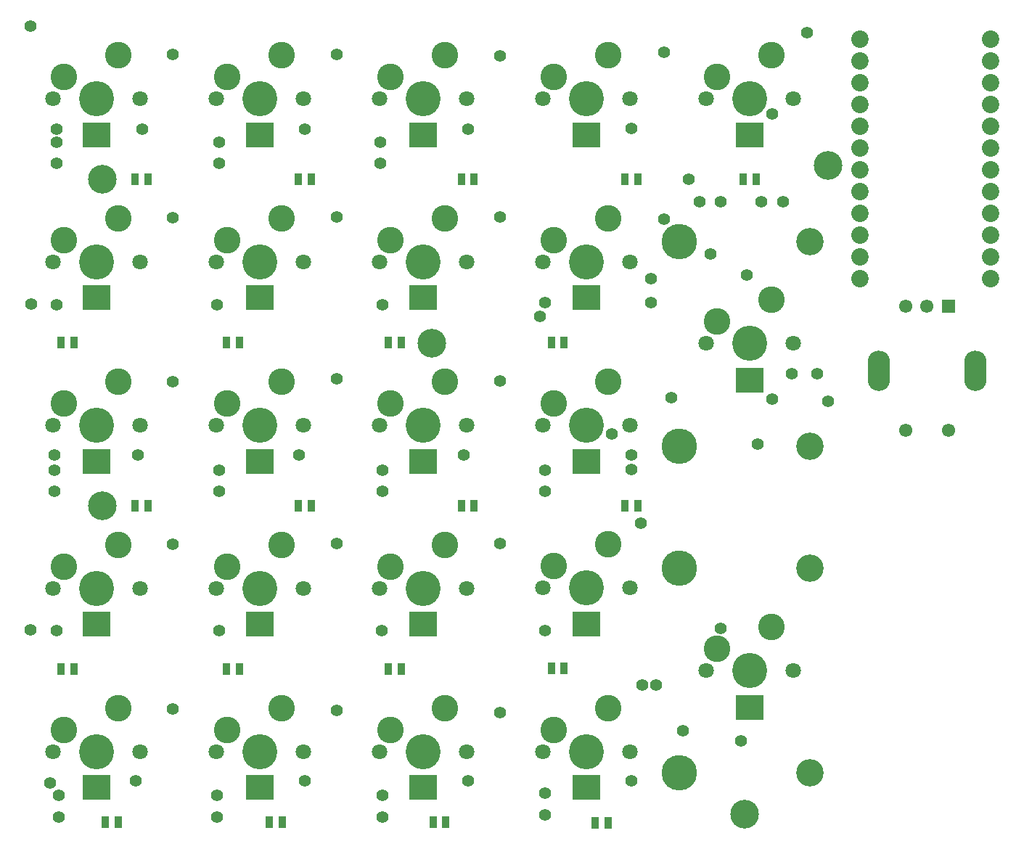
<source format=gts>
G04*
G04 #@! TF.GenerationSoftware,Altium Limited,Altium Designer,22.0.2 (36)*
G04*
G04 Layer_Color=8388736*
%FSLAX25Y25*%
%MOIN*%
G70*
G04*
G04 #@! TF.SameCoordinates,D710C13B-DE0B-4BD4-8DFF-8B7893174C1F*
G04*
G04*
G04 #@! TF.FilePolarity,Negative*
G04*
G01*
G75*
%ADD14R,0.03740X0.05315*%
%ADD15C,0.12213*%
%ADD16C,0.07102*%
%ADD17C,0.16102*%
%ADD18R,0.13000X0.11425*%
%ADD19C,0.13189*%
%ADD20C,0.07991*%
G04:AMPARAMS|DCode=21|XSize=102.36mil|YSize=185.04mil|CornerRadius=51.18mil|HoleSize=0mil|Usage=FLASHONLY|Rotation=180.000|XOffset=0mil|YOffset=0mil|HoleType=Round|Shape=RoundedRectangle|*
%AMROUNDEDRECTD21*
21,1,0.10236,0.08268,0,0,180.0*
21,1,0.00000,0.18504,0,0,180.0*
1,1,0.10236,0.00000,0.04134*
1,1,0.10236,0.00000,0.04134*
1,1,0.10236,0.00000,-0.04134*
1,1,0.10236,0.00000,-0.04134*
%
%ADD21ROUNDEDRECTD21*%
%ADD22C,0.06102*%
%ADD23R,0.06102X0.06102*%
%ADD24C,0.16291*%
%ADD25C,0.12591*%
%ADD26C,0.05591*%
D14*
X1634055Y477953D02*
D03*
X1628150D02*
D03*
X1709252D02*
D03*
X1703346D02*
D03*
X1783858Y477559D02*
D03*
X1777953D02*
D03*
X1558858Y477953D02*
D03*
X1552953D02*
D03*
X1538386Y548433D02*
D03*
X1532480D02*
D03*
X1614370D02*
D03*
X1608464D02*
D03*
X1688779D02*
D03*
X1682874D02*
D03*
X1763583Y548492D02*
D03*
X1757677D02*
D03*
X1791512Y623335D02*
D03*
X1797418D02*
D03*
X1716427D02*
D03*
X1722333D02*
D03*
X1641535D02*
D03*
X1647441D02*
D03*
X1566535D02*
D03*
X1572441D02*
D03*
X1538386Y698433D02*
D03*
X1532480D02*
D03*
X1614370D02*
D03*
X1608465D02*
D03*
X1688779D02*
D03*
X1682874D02*
D03*
X1763583D02*
D03*
X1757677D02*
D03*
X1845925Y773402D02*
D03*
X1851831D02*
D03*
X1791512D02*
D03*
X1797418D02*
D03*
X1716427D02*
D03*
X1722333D02*
D03*
X1641535D02*
D03*
X1647441D02*
D03*
X1566535D02*
D03*
X1572441D02*
D03*
D15*
X1833850Y820402D02*
D03*
X1858850Y830402D02*
D03*
X1833850Y707835D02*
D03*
X1858850Y717835D02*
D03*
X1758878Y520433D02*
D03*
X1783878Y530433D02*
D03*
X1683878Y520433D02*
D03*
X1708878Y530433D02*
D03*
X1608878Y520433D02*
D03*
X1633878Y530433D02*
D03*
X1533878Y520433D02*
D03*
X1558878Y530433D02*
D03*
X1833850Y557579D02*
D03*
X1858850Y567579D02*
D03*
X1758878Y595492D02*
D03*
X1783878Y605492D02*
D03*
X1683878Y595433D02*
D03*
X1708878Y605433D02*
D03*
X1608878Y595433D02*
D03*
X1633878Y605433D02*
D03*
X1533878Y595433D02*
D03*
X1558878Y605433D02*
D03*
X1758878Y670335D02*
D03*
X1783878Y680335D02*
D03*
X1683878Y670335D02*
D03*
X1708878Y680335D02*
D03*
X1608878Y670335D02*
D03*
X1633878Y680335D02*
D03*
X1533878Y670335D02*
D03*
X1558878Y680335D02*
D03*
X1758878Y745433D02*
D03*
X1783878Y755433D02*
D03*
X1683878Y745433D02*
D03*
X1708878Y755433D02*
D03*
X1608878Y745433D02*
D03*
X1633878Y755433D02*
D03*
X1533878Y745433D02*
D03*
X1558878Y755433D02*
D03*
X1758878Y820402D02*
D03*
X1783878Y830402D02*
D03*
X1683878Y820402D02*
D03*
X1708878Y830402D02*
D03*
X1608878Y820402D02*
D03*
X1633878Y830402D02*
D03*
X1533878Y820402D02*
D03*
X1558878Y830402D02*
D03*
D16*
X1868850Y810402D02*
D03*
X1828850D02*
D03*
X1868850Y697835D02*
D03*
X1828850D02*
D03*
X1793878Y510433D02*
D03*
X1753878D02*
D03*
X1718878Y510433D02*
D03*
X1678878D02*
D03*
X1643878D02*
D03*
X1603878D02*
D03*
X1568878D02*
D03*
X1528878D02*
D03*
X1868850Y547579D02*
D03*
X1828850D02*
D03*
X1793878Y585492D02*
D03*
X1753878D02*
D03*
X1718878Y585433D02*
D03*
X1678878D02*
D03*
X1643878D02*
D03*
X1603878D02*
D03*
X1568878D02*
D03*
X1528878D02*
D03*
X1793878Y660335D02*
D03*
X1753878D02*
D03*
X1718878D02*
D03*
X1678878D02*
D03*
X1643878D02*
D03*
X1603878D02*
D03*
X1568878D02*
D03*
X1528878D02*
D03*
X1793878Y735433D02*
D03*
X1753878D02*
D03*
X1718878D02*
D03*
X1678878D02*
D03*
X1643878D02*
D03*
X1603878D02*
D03*
X1568878D02*
D03*
X1528878D02*
D03*
X1793878Y810402D02*
D03*
X1753878D02*
D03*
X1718878D02*
D03*
X1678878D02*
D03*
X1643878D02*
D03*
X1603878D02*
D03*
X1568878D02*
D03*
X1528878D02*
D03*
D17*
X1848850D02*
D03*
Y697835D02*
D03*
X1773878Y510433D02*
D03*
X1698878Y510433D02*
D03*
X1623878D02*
D03*
X1548878D02*
D03*
X1848850Y547579D02*
D03*
X1773878Y585492D02*
D03*
X1698878Y585433D02*
D03*
X1623878D02*
D03*
X1548878D02*
D03*
X1773878Y660335D02*
D03*
X1698878D02*
D03*
X1623878D02*
D03*
X1548878D02*
D03*
X1773878Y735433D02*
D03*
X1698878D02*
D03*
X1623878D02*
D03*
X1548878D02*
D03*
X1773878Y810402D02*
D03*
X1698878D02*
D03*
X1623878D02*
D03*
X1548878D02*
D03*
D18*
X1848878Y530503D02*
D03*
X1773878Y493799D02*
D03*
X1698878D02*
D03*
X1623878D02*
D03*
X1548878D02*
D03*
Y568857D02*
D03*
X1623878D02*
D03*
X1698878D02*
D03*
X1773878D02*
D03*
X1848878Y681060D02*
D03*
X1773878Y643692D02*
D03*
X1698878D02*
D03*
X1623878D02*
D03*
X1548878D02*
D03*
Y718793D02*
D03*
X1623878D02*
D03*
X1698878D02*
D03*
X1773878D02*
D03*
X1848878Y793762D02*
D03*
X1773878D02*
D03*
X1698878D02*
D03*
X1623878D02*
D03*
X1548878D02*
D03*
D19*
X1702756Y697835D02*
D03*
X1551575Y623228D02*
D03*
Y773402D02*
D03*
X1846365Y481527D02*
D03*
X1884842Y779528D02*
D03*
D20*
X1899606Y727638D02*
D03*
Y737638D02*
D03*
Y747638D02*
D03*
Y757638D02*
D03*
Y767638D02*
D03*
Y777638D02*
D03*
Y787638D02*
D03*
Y797638D02*
D03*
Y807638D02*
D03*
Y817638D02*
D03*
Y827638D02*
D03*
Y837638D02*
D03*
X1959606Y727638D02*
D03*
Y737638D02*
D03*
Y747638D02*
D03*
Y757638D02*
D03*
Y767638D02*
D03*
Y777638D02*
D03*
Y787638D02*
D03*
Y797638D02*
D03*
Y807638D02*
D03*
Y817638D02*
D03*
Y827638D02*
D03*
Y837638D02*
D03*
D21*
X1908268Y685433D02*
D03*
X1952362D02*
D03*
D22*
X1920472Y657874D02*
D03*
X1940158D02*
D03*
X1920472Y714961D02*
D03*
X1930315D02*
D03*
D23*
X1940158D02*
D03*
D24*
X1816378Y650705D02*
D03*
Y500705D02*
D03*
Y594705D02*
D03*
Y744705D02*
D03*
D25*
X1876378Y594705D02*
D03*
Y650705D02*
D03*
Y500705D02*
D03*
Y744705D02*
D03*
D26*
X1812697Y672835D02*
D03*
X1835630Y762795D02*
D03*
X1825787D02*
D03*
X1864173D02*
D03*
X1854331D02*
D03*
X1679134Y780512D02*
D03*
Y790354D02*
D03*
X1605315Y780512D02*
D03*
Y790354D02*
D03*
X1530512Y780512D02*
D03*
Y790354D02*
D03*
X1754921Y481299D02*
D03*
Y491142D02*
D03*
X1680118Y480315D02*
D03*
Y490158D02*
D03*
X1604331Y480315D02*
D03*
Y490158D02*
D03*
X1531496Y480315D02*
D03*
Y490158D02*
D03*
X1754921Y639764D02*
D03*
Y629921D02*
D03*
X1680118Y639764D02*
D03*
Y629921D02*
D03*
X1605315D02*
D03*
Y639764D02*
D03*
X1529528Y629921D02*
D03*
Y639764D02*
D03*
X1879921Y684055D02*
D03*
X1868110D02*
D03*
X1794465Y496945D02*
D03*
X1719380Y497057D02*
D03*
X1644488Y496844D02*
D03*
X1566929Y497047D02*
D03*
X1527559Y496063D02*
D03*
X1605315Y565945D02*
D03*
X1679921D02*
D03*
X1754921D02*
D03*
X1859252Y672244D02*
D03*
X1794465Y646745D02*
D03*
Y640041D02*
D03*
X1717520Y646654D02*
D03*
X1567913D02*
D03*
X1529528D02*
D03*
X1530512Y715551D02*
D03*
X1604331D02*
D03*
X1754921Y716535D02*
D03*
X1752378Y710433D02*
D03*
X1859252Y803150D02*
D03*
X1794465Y796709D02*
D03*
X1719380Y796404D02*
D03*
X1644488Y796353D02*
D03*
X1569882Y796260D02*
D03*
X1530512D02*
D03*
X1847441Y729331D02*
D03*
X1835630Y566929D02*
D03*
X1884842Y671260D02*
D03*
X1852362Y651575D02*
D03*
X1875197Y840551D02*
D03*
X1518504Y843701D02*
D03*
X1820866Y773228D02*
D03*
X1805906Y540945D02*
D03*
X1798819Y615354D02*
D03*
X1785433Y656299D02*
D03*
X1803543Y727559D02*
D03*
Y716535D02*
D03*
X1809449Y754816D02*
D03*
Y831496D02*
D03*
X1734252Y528346D02*
D03*
Y605905D02*
D03*
Y680709D02*
D03*
Y755905D02*
D03*
Y829921D02*
D03*
X1659055Y529134D02*
D03*
Y605905D02*
D03*
Y681496D02*
D03*
Y755905D02*
D03*
Y830709D02*
D03*
X1518504Y566142D02*
D03*
X1583858Y830709D02*
D03*
Y755512D02*
D03*
Y680315D02*
D03*
Y605512D02*
D03*
Y529921D02*
D03*
X1530512Y565945D02*
D03*
X1680118Y715551D02*
D03*
X1641732Y646654D02*
D03*
X1844882Y515354D02*
D03*
X1818110Y520079D02*
D03*
X1799606Y540945D02*
D03*
X1518878Y715840D02*
D03*
X1830709Y738976D02*
D03*
M02*

</source>
